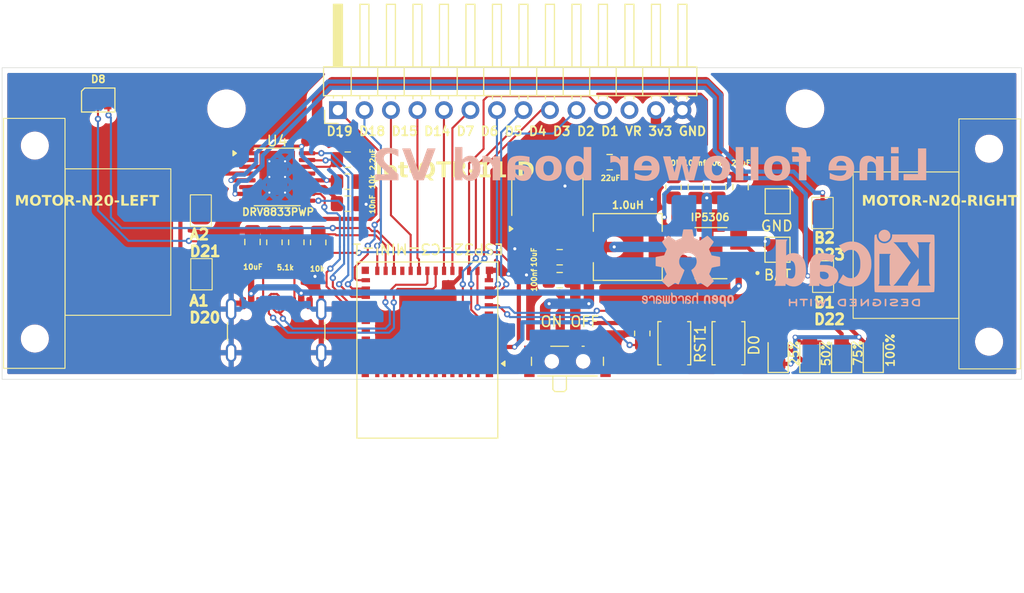
<source format=kicad_pcb>
(kicad_pcb (version 20241229) (generator "pcbnew") (generator_version "9.0")
  (layers (0 "F.Cu" signal) (2 "B.Cu" signal) (13 "F.Paste" user) (15 "B.Paste" user) (5 "F.SilkS" user "F.Silkscreen") (7 "B.SilkS" user "B.Silkscreen") (1 "F.Mask" user) (3 "B.Mask" user) (25 "Edge.Cuts" user))
  (net 0 "")
  (net 1 "BAT")
  (net 2 "GND")
  (net 3 "+3V3")
  (net 4 "Net-(U4-VINT)")
  (net 5 "5v bat")
  (net 6 "Net-(U4-VCP)")
  (net 7 "D-")
  (net 9 "+5V")
  (net 10 "Net-(J1-CC1)")
  (net 11 "Net-(J1-CC2)")
  (net 13 "D+")
  (net 14 "5v in")
  (net 15 "N1A")
  (net 16 "N1B")
  (net 17 "N2A")
  (net 18 "N2B")
  (net 19 "EN")
  (net 20 "Net-(U4-~{FAULT})")
  (net 21 "IO0")
  (net 23 "D4")
  (net 24 "D3")
  (net 25 "D18")
  (net 26 "D6")
  (net 27 "D1")
  (net 28 "VR")
  (net 29 "D19")
  (net 30 "D2")
  (net 31 "D5")
  (net 32 "D7")
  (net 33 "A2")
  (net 34 "B1")
  (net 35 "B2")
  (net 36 "A1")
  (net 37 "D15")
  (net 38 "Net-(U5-IO9)")
  (net 39 "D14")
  (net 49 "Net-(U1-BAT)")
  (net 50 "Net-(D1-K)")
  (net 51 "Net-(D1-A)")
  (net 52 "Net-(D3-A)")
  (net 53 "Net-(U1-SW)")
  (net 54 "Net-(U1-KEY)")
  (net 55 "Net-(D5-DIN)")
  (footprint "Connector_PinHeader_2.54mm:PinHeader_1x14_P2.54mm_Horizontal" (layer "F.Cu") (at 146.34 87.66 90)
    (property "Reference" "U3" (hide yes))
    (property "Value" "JET-QTR-11D")
  )
  (footprint "Resistor_SMD:R_0805_2012Metric_Pad1.20x1.40mm_HandSolder" (layer "F.Cu") (at 144.45 100.35 90)
    (property "Reference" "R14" (hide yes))
    (property "Value" "10k")
  )
  (footprint "Capacitor_SMD:C_0805_2012Metric_Pad1.18x1.45mm_HandSolder" (layer "F.Cu") (at 138.15 100.31 90)
    (property "Reference" "C10" (hide yes))
    (property "Value" "10uF")
  )
  (footprint "Capacitor_SMD:C_0805_2012Metric_Pad1.18x1.45mm_HandSolder" (layer "F.Cu") (at 167.59 103.97 180)
    (property "Reference" "C6" (hide yes))
    (property "Value" "100nf")
  )
  (footprint "Capacitor_SMD:C_0805_2012Metric_Pad1.18x1.45mm_HandSolder" (layer "F.Cu") (at 167.59 101.77 180)
    (property "Reference" "C4" (hide yes))
    (property "Value" "10uF")
  )
  (footprint "Capacitor_SMD:C_0805_2012Metric_Pad1.18x1.45mm_HandSolder" (layer "F.Cu") (at 172.38 92.65)
    (property "Reference" "C2" (hide yes))
    (property "Value" "22uF")
  )
  (footprint "Capacitor_SMD:C_0805_2012Metric_Pad1.18x1.45mm_HandSolder" (layer "F.Cu") (at 147.28 92.41)
    (property "Reference" "C3" (hide yes))
    (property "Value" "2.2uF")
  )
  (footprint "Capacitor_SMD:C_0805_2012Metric_Pad1.18x1.45mm_HandSolder" (layer "F.Cu") (at 180.643333 95.04 90)
    (property "Reference" "C5" (hide yes))
    (property "Value" "100nf")
  )
  (footprint "LED_SMD:LED_0805_2012Metric_Pad1.15x1.40mm_HandSolder" (layer "F.Cu") (at 191.57 110.965 90)
    (property "Reference" "D2" (hide yes))
    (property "Value" "50%")
  )
  (footprint "Resistor_SMD:R_0805_2012Metric_Pad1.20x1.40mm_HandSolder" (layer "F.Cu") (at 182.786667 95.07 90)
    (property "Reference" "R7" (hide yes))
    (property "Value" "500m")
  )
  (footprint "Package_TO_SOT_SMD:SOT-223-3_TabPin2" (layer "F.Cu") (at 166.41 95.91 90)
    (property "Reference" "U2" (hide yes))
    (property "Value" "AMS1117-3.3" (hide yes))
  )
  (footprint "LED_SMD:LED_0805_2012Metric_Pad1.15x1.40mm_HandSolder" (layer "F.Cu") (at 188.53 110.965 90)
    (property "Reference" "D1" (hide yes))
    (property "Value" "25%")
  )
  (footprint "Button_Switch_SMD:SW_SPDT_PCM12" (layer "F.Cu") (at 168.34 111.43)
    (property "Reference" "ON OFF")
    (property "Value" "SW_Push_SPDT")
  )
  (footprint "Resistor_SMD:R_0805_2012Metric_Pad1.20x1.40mm_HandSolder" (layer "F.Cu") (at 142.35 100.34 90)
    (property "Reference" "R3" (hide yes))
    (property "Value" "5.1k")
  )
  (footprint "User:N20 motor" (layer "F.Cu") (at 117.3 100.33 90)
    (property "Reference" "MA1" (hide yes))
    (property "Value" "Motor_DC" (hide yes))
  )
  (footprint "MountingHole:MountingHole_3.2mm_M3" (layer "F.Cu") (at 191.11 87.52)
    (property "Reference" "REF**" (hide yes))
    (property "Value" "MountingHole_3.2mm_M3" (hide yes))
  )
  (footprint "Resistor_SMD:R_0805_2012Metric_Pad1.20x1.40mm_HandSolder" (layer "F.Cu") (at 175.51 109.08 90)
    (property "Reference" "R2" (hide yes))
    (property "Value" "10K")
  )
  (footprint "LED_SMD:LED_0805_2012Metric_Pad1.15x1.40mm_HandSolder" (layer "F.Cu") (at 197.65 110.965 90)
    (property "Reference" "D4" (hide yes))
    (property "Value" "100%")
  )
  (footprint "LED_SMD:LED_0805_2012Metric_Pad1.15x1.40mm_HandSolder" (layer "F.Cu") (at 194.61 110.965 90)
    (property "Reference" "D3" (hide yes))
    (property "Value" "75%")
  )
  (footprint "Connector_USB:USB_C_Receptacle_GCT_USB4105-xx-A_16P_TopMnt_Horizontal" (layer "F.Cu") (at 140.42 109.855)
    (property "Reference" "J1" (hide yes))
    (property "Value" "USB_C_Receptacle_USB2.0_16P")
  )
  (footprint "Resistor_SMD:R_0805_2012Metric_Pad1.20x1.40mm_HandSolder" (layer "F.Cu") (at 140.25 100.34 90)
    (property "Reference" "R1" (hide yes))
    (property "Value" "5.1k" (hide yes))
  )
  (footprint "Inductor_SMD:L_6.3x6.3_H3" (layer "F.Cu") (at 174.12 100.79 180)
    (property "Reference" "L1" (hide yes))
    (property "Value" "1.0uH")
  )
  (footprint "Capacitor_SMD:C_0805_2012Metric_Pad1.18x1.45mm_HandSolder" (layer "F.Cu") (at 184.93 95.04 -90)
    (property "Reference" "C1" (hide yes))
    (property "Value" "22uF")
  )
  (footprint "Button_Switch_SMD:SW_Push_SPST_NO_Alps_SKRK" (layer "F.Cu") (at 178.58 110.02 -90)
    (property "Reference" "RST1")
    (property "Value" "SW_Push" (hide yes))
  )
  (footprint "Resistor_SMD:R_0805_2012Metric_Pad1.20x1.40mm_HandSolder" (layer "F.Cu") (at 178.5 95.07 -90)
    (property "Reference" "R4" (hide yes))
    (property "Value" "10k")
  )
  (footprint "Button_Switch_SMD:SW_Push_SPST_NO_Alps_SKRK" (layer "F.Cu") (at 183.77 110.02 -90)
    (property "Reference" "D0")
    (property "Value" "SW_Push" (hide yes))
  )
  (footprint "TestPoint:TestPoint_Pad_2.0x2.0mm" (layer "F.Cu") (at 188.49 96.4 180)
    (property "Reference" "GND")
    (property "Value" "TestPoint" (hide yes))
  )
  (footprint "User:ip5306" (layer "F.Cu") (at 182.09 101.38 180)
    (property "Reference" "U1" (hide yes))
    (property "Value" "IP5306")
  )
  (footprint "Resistor_SMD:R_0805_2012Metric_Pad1.20x1.40mm_HandSolder" (layer "F.Cu") (at 147.25 94.52 180)
    (property "Reference" "R6" (hide yes))
    (property "Value" "10k")
  )
  (footprint "User:N20 motor" (layer "F.Cu") (at 208.74 100.6 -90)
    (property "Reference" "MB1" (hide yes))
    (property "Value" "Motor_DC" (hide yes))
  )
  (footprint "TestPoint:TestPoint_Pad_2.0x2.0mm" (layer "F.Cu") (at 188.47 101.05 180)
    (property "Reference" "BAT")
    (property "Value" "TestPoint" (hide yes))
  )
  (footprint "LED_SMD:LED_WS2812B-2020_PLCC4_2.0x2.0mm" (layer "F.Cu") (at 123.365 86.69)
    (property "Reference" "D8")
    (property "Value" "WS2812B-2020" (hide yes))
  )
  (footprint "Package_SO:HTSSOP-16-1EP_4.4x5mm_P0.65mm_EP3.4x5mm_Mask2.46x2.31mm_ThermalVias" (layer "F.Cu") (at 140.52 94.07)
    (property "Reference" "U4")
    (property "Value" "DRV8833PWP")
  )
  (footprint "Capacitor_SMD:C_0805_2012Metric_Pad1.18x1.45mm_HandSolder" (layer "F.Cu") (at 147.28 96.63 180)
    (property "Reference" "C8" (hide yes))
    (property "Value" "10nF")
  )
  (footprint "RF_Module:ESP32-C6-MINI-1" (layer "F.Cu") (at 154.91 107.975 180)
    (property "Reference" "U5" (hide yes))
    (property "Value" "ESP32-C3-MINI-1")
  )
  (footprint "MountingHole:MountingHole_3.2mm_M3" (layer "F.Cu") (at 135.66 87.52)
    (property "Reference" "REF**" (hide yes))
    (property "Value" "MountingHole_3.2mm_M3" (hide yes))
  )
  (footprint "Symbol:OSHW-Logo2_9.8x8mm_SilkScreen" (layer "B.Cu") (at 179.88 102.81 180)
    (property "Reference" "REF**" (hide yes))
    (property "Value" "OSHW-Logo2_9.8x8mm_SilkScreen" (hide yes))
  )
  (footprint "Symbol:KiCad-Logo2_6mm_SilkScreen" (layer "B.Cu") (at 195.86 102.115 180)
    (property "Reference" "REF**" (hide yes))
    (property "Value" "KiCad-Logo2_6mm_SilkScreen" (hide yes))
  )
  (gr_rect (start 114.15 83.59) (end 211.86 113.48) (stroke (width 0.05)) (fill no) (layer "Edge.Cuts"))
  (gr_text "B2\nD23" (at 191.835 102.115 0) (layer "F.SilkS") (effects (font (size 1 1) (thickness 0.25) (bold yes)) (justify left bottom)))
  (gr_text "D19 D18 D15 D14 D7 D6 D5 D4 D3 D2 D1 VR 3v3 GND" (at 145.15 90.18 0) (layer "F.SilkS") (effects (font (size 0.85 0.85) (thickness 0.175) (bold yes)) (justify left bottom)))
  (gr_text "MOTOR-N20-RIGHT" (at 196.53 96.99 0) (layer "F.SilkS") (effects (font (size 1 1) (thickness 0.25) (bold yes)) (justify left bottom)))
  (gr_text "B1\nD22" (at 191.835 108.32 0) (layer "F.SilkS") (effects (font (size 1 1) (thickness 0.25) (bold yes)) (justify left bottom)))
  (gr_text "A2\nD21" (at 131.99 101.79 0) (layer "F.SilkS") (effects (font (size 1 1) (thickness 0.25) (bold yes)) (justify left bottom)))
  (gr_text "Jet-QTR-11-D" (at 149.89 94.36 0) (layer "F.SilkS") (effects (font (size 1.5 1.5) (thickness 0.3) (bold yes)) (justify left bottom)))
  (gr_text "A1\nD20" (at 131.96 108.15 0) (layer "F.SilkS") (effects (font (size 1 1) (thickness 0.25) (bold yes)) (justify left bottom)))
  (gr_text "MOTOR-N20-LEFT" (at 115.36 96.99 0) (layer "F.SilkS") (effects (font (size 1 1) (thickness 0.25) (bold yes)) (justify left bottom)))
  (gr_text "Line follower board V2" (at 203.11 94.9 0) (layer "B.SilkS") (effects (font (size 3 3) (thickness 0.3) (bold yes)) (justify left bottom mirror)))
  (segment (start 188.09 101.05) (end 188.47 101.05) (width 1) (layer "F.Cu") (net 1))
  (segment (start 182.779167 96.0775) (end 182.786667 96.07) (width 1) (layer "F.Cu") (net 1))
  (segment (start 181.69 96.0775) (end 182.779167 96.0775) (width 1) (layer "F.Cu") (net 1))
  (segment (start 172.81 100.79) (end 172.82 100.78) (width 1) (layer "F.Cu") (net 1))
  (segment (start 187.29 100.25) (end 188.09 101.05) (width 1) (layer "F.Cu") (net 1))
  (segment (start 171.37 100.79) (end 172.81 100.79) (width 1) (layer "F.Cu") (net 1))
  (segment (start 180.643333 96.0775) (end 181.69 96.0775) (width 1) (layer "F.Cu") (net 1))
  (via (at 172.82 100.78) (size 0.5) (drill 0.3) (layers "F.Cu" "B.Cu") (net 1))
  (via (at 181.69 96.0775) (size 0.5) (drill 0.3) (layers "F.Cu" "B.Cu") (net 1))
  (via (at 187.29 100.25) (size 0.5) (drill 0.3) (layers "F.Cu" "B.Cu") (net 1))
  (segment (start 172.82 100.78) (end 181.16 100.78) (width 1) (layer "B.Cu") (net 1))
  (segment (start 187.29 100.25) (end 181.69 100.25) (width 1) (layer "B.Cu") (net 1))
  (segment (start 181.69 100.25) (end 181.69 96.0775) (width 1) (layer "B.Cu") (net 1))
  (segment (start 181.16 100.78) (end 181.69 100.25) (width 1) (layer "B.Cu") (net 1))
  (segment (start 148.3775 96.69) (end 148.3175 96.63) (width 0.4) (layer "F.Cu") (net 2))
  (segment (start 157.328633 104.35) (end 156.93 104.35) (width 0.4) (layer "F.Cu") (net 2))
  (segment (start 137.6575 95.045) (end 139.545 95.045) (width 0.4) (layer "F.Cu") (net 2))
  (segment (start 158.11 103.568633) (end 157.328633 104.35) (width 0.4) (layer "F.Cu") (net 2))
  (segment (start 143.3825 93.745) (end 140.845 93.745) (width 0.4) (layer "F.Cu") (net 2))
  (segment (start 139.545 93.095) (end 140.52 94.07) (width 0.4) (layer "F.Cu") (net 2))
  (segment (start 140.845 93.745) (end 140.52 94.07) (width 0.4) (layer "F.Cu") (net 2))
  (segment (start 158.11 103.075) (end 158.11 103.568633) (width 0.4) (layer "F.Cu") (net 2))
  (segment (start 139.545 95.045) (end 140.52 94.07) (width 0.4) (layer "F.Cu") (net 2))
  (segment (start 137.6575 93.095) (end 139.545 93.095) (width 0.4) (layer "F.Cu") (net 2))
  (segment (start 149.04 96.69) (end 148.3775 96.69) (width 0.4) (layer "F.Cu") (net 2))
  (segment (start 160.81 103.075) (end 160.86 103.025) (width 0.4) (layer "F.Cu") (net 2))
  (segment (start 160.81 103.975) (end 160.81 103.075) (width 0.4) (layer "F.Cu") (net 2))
  (via (at 149.04 96.69) (size 0.5) (drill 0.3) (layers "F.Cu" "B.Cu") (net 2))
  (via (at 168.1 94.94) (size 0.5) (drill 0.3) (layers "F.Cu" "B.Cu") (net 2))
  (via (at 163.29 100.96) (size 0.5) (drill 0.3) (layers "F.Cu" "B.Cu") (net 2))
  (via (at 164.41 103.47) (size 0.5) (drill 0.3) (layers "F.Cu" "B.Cu") (net 2))
  (via (at 144.14 103.61) (size 0.5) (drill 0.3) (layers "F.Cu" "B.Cu") (net 2))
  (via (at 176.43 96.21) (size 0.5) (drill 0.3) (layers "F.Cu" "B.Cu") (net 2))
  (via (at 146.63 90.16) (size 0.5) (drill 0.3) (layers "F.Cu" "B.Cu") (net 2))
  (via (at 162.69 103.37) (size 0.5) (drill 0.3) (layers "F.Cu" "B.Cu") (net 2))
  (segment (start 160.94 101.28) (end 161.8 101.28) (width 0.2) (layer "F.Cu") (net 3))
  (segment (start 161.8 101.28) (end 163.27 102.75) (width 0.2) (layer "F.Cu") (net 3))
  (segment (start 172.88 90.92) (end 176.2 90.92) (width 1) (layer "F.Cu") (net 3))
  (segment (start 148.33 101.35) (end 144.45 101.35) (width 0.2) (layer "F.Cu") (net 3))
  (segment (start 170.62 108.08) (end 170.61 108.07) (width 0.4) (layer "F.Cu") (net 3))
  (segment (start 171.3425 92.65) (end 166.52 92.65) (width 1) (layer "F.Cu") (net 3))
  (segment (start 163.27 110.38) (end 163.68 109.97) (width 0.4) (layer "F.Cu") (net 3))
  (segment (start 123.34 88.5) (end 123.34 86.53) (width 0.2) (layer "F.Cu") (net 3))
  (segment (start 176.82 90.3) (end 176.82 87.66) (width 1) (layer "F.Cu") (net 3))
  (segment (start 171.3425 92.65) (end 171.3425 92.4575) (width 1) (layer "F.Cu") (net 3))
  (segment (start 166.41 99.61) (end 166.41 99.06) (width 0.4) (layer "F.Cu") (net 3))
  (segment (start 160.815 110.38) (end 160.81 110.375) (width 0.4) (layer "F.Cu") (net 3))
  (segment (start 171.3425 92.4575) (end 172.88 90.92) (width 1) (layer "F.Cu") (net 3))
  (segment (start 163.68 103.16) (end 163.27 102.75) (width 0.4) (layer "F.Cu") (net 3))
  (segment (start 123.34 86.53) (end 123.73 86.14) (width 0.2) (layer "F.Cu") (net 3))
  (segment (start 163.68 109.97) (end 163.68 103.16) (width 0.4) (layer "F.Cu") (net 3))
  (segment (start 144.45 101.35) (end 143.341 100.241) (width 0.2) (layer "F.Cu") (net 3))
  (segment (start 163.27 110.38) (end 160.815 110.38) (width 0.4) (layer "F.Cu") (net 3))
  (segment (start 175.51 108.08) (end 170.62 108.08) (width 0.4) (layer "F.Cu") (net 3))
  (segment (start 132.091 100.241) (end 132.05 100.2) (width 0.2) (layer "F.Cu") (net 3))
  (segment (start 123.73 86.14) (end 124.28 86.14) (width 0.2) (layer "F.Cu") (net 3))
  (segment (start 176.2 90.92) (end 176.82 90.3) (width 1) (layer "F.Cu") (net 3))
  (segment (start 163.27 102.75) (end 166.41 99.61) (width 0.4) (layer "F.Cu") (net 3))
  (segment (start 143.341 100.241) (end 132.091 100.241) (width 0.2) (layer "F.Cu") (net 3))
  (segment (start 166.52 92.65) (end 166.41 92.76) (width 1) (layer "F.Cu") (net 3))
  (segment (start 166.41 92.76) (end 166.41 99.06) (width 1) (layer "F.Cu") (net 3))
  (via (at 170.61 108.07) (size 0.5) (drill 0.3) (layers "F.Cu" "B.Cu") (net 3))
  (via (at 148.33 101.35) (size 0.6) (drill 0.3) (layers "F.Cu" "B.Cu") (net 3))
  (via (at 123.34 88.5) (size 0.6) (drill 0.3) (layers "F.Cu" "B.Cu") (net 3))
  (via (at 160.94 101.28) (size 0.6) (drill 0.3) (layers "F.Cu" "B.Cu") (net 3))
  (via (at 132.05 100.2) (size 0.6) (drill 0.3) (layers "F.Cu" "B.Cu") (net 3))
  (via (at 163.27 110.38) (size 0.5) (drill 0.3) (layers "F.Cu" "B.Cu") (net 3))
  (segment (start 160.94 101.28) (end 148.4 101.28) (width 0.2) (layer "B.Cu") (net 3))
  (segment (start 126.2629 100.2) (end 123.34 97.2771) (width 0.2) (layer "B.Cu") (net 3))
  (segment (start 164.02 109.63) (end 163.27 110.38) (width 0.4) (layer "B.Cu") (net 3))
  (segment (start 170.61 108.07) (end 170.55 108.01) (width 0.4) (layer "B.Cu") (net 3))
  (segment (start 148.4 101.28) (end 148.33 101.35) (width 0.2) (layer "B.Cu") (net 3))
  (segment (start 123.34 97.2771) (end 123.34 88.5) (width 0.2) (layer "B.Cu") (net 3))
  (segment (start 132.05 100.2) (end 126.2629 100.2) (width 0.2) (layer "B.Cu") (net 3))
  (segment (start 170.55 108.01) (end 164.02 108.01) (width 0.4) (layer "B.Cu") (net 3))
  (segment (start 164.02 108.01) (end 164.02 109.63) (width 0.4) (layer "B.Cu") (net 3))
  (segment (start 145.5575 93.095) (end 146.2425 92.41) (width 0.2) (layer "F.Cu") (net 4))
  (segment (start 143.3825 93.095) (end 145.5575 93.095) (width 0.2) (layer "F.Cu") (net 4))
  (segment (start 168.71 96.55) (end 169.97 95.29) (width 1) (layer "F.Cu") (net 5))
  (segment (start 146.25 94.52) (end 146.125 94.395) (width 0.4) (layer "F.Cu") (net 5))
  (segment (start 182.81 86.22) (end 181.571 84.981) (width 1) (layer "F.Cu") (net 5))
  (segment (start 168.6275 101.77) (end 168.6275 99.1425) (width 1) (layer "F.Cu") (net 5))
  (segment (start 176.18 92.51) (end 181.75 92.51) (width 1) (layer "F.Cu") (net 5))
  (segment (start 175.99 92.7) (end 176.18 92.51) (width 1) (layer "F.Cu") (net 5))
  (segment (start 143.31 90.734) (end 143.31 90.64) (width 0.4) (layer "F.Cu") (net 5))
  (segment (start 181.571 84.981) (end 145.809 84.981) (width 1) (layer "F.Cu") (net 5))
  (segment (start 146.125 94.395) (end 145.25 94.395) (width 0.4) (layer "F.Cu") (net 5))
  (segment (start 143.3825 94.395) (end 145.25 94.395) (width 0.4) (layer "F.Cu") (net 5))
  (segment (start 145.809 84.981) (end 144.34 86.45) (width 1) (layer "F.Cu") (net 5))
  (segment (start 168.71 99.06) (end 168.71 96.55) (width 1) (layer "F.Cu") (net 5))
  (segment (start 174.8 95.29) (end 175.99 94.1) (width 1) (layer "F.Cu") (net 5))
  (segment (start 182.81 91.45) (end 182.81 86.22) (width 1) (layer "F.Cu") (net 5))
  (segment (start 175.99 94.1) (end 175.99 92.7) (width 1) (layer "F.Cu") (net 5))
  (segment (start 168.6275 99.1425) (end 168.71 99.06) (width 1) (layer "F.Cu") (net 5))
  (segment (start 169.09 104.4325) (end 168.6275 103.97) (width 1) (layer "F.Cu") (net 5))
  (segment (start 168.6275 103.97) (end 168.6275 101.77) (width 1) (layer "F.Cu") (net 5))
  (segment (start 142.825 91.169) (end 142.85 91.194) (width 0.4) (layer "F.Cu") (net 5))
  (segment (start 138.2835 91.169) (end 142.825 91.169) (width 0.4) (layer "F.Cu") (net 5))
  (segment (start 169.97 95.29) (end 174.8 95.29) (width 1) (layer "F.Cu") (net 5))
  (segment (start 144.34 89.61) (end 143.31 90.64) (width 1) (layer "F.Cu") (net 5))
  (segment (start 169.09 110) (end 169.09 104.4325) (width 1) (layer "F.Cu") (net 5))
  (segment (start 142.85 91.194) (end 143.31 90.734) (width 0.4) (layer "F.Cu") (net 5))
  (segment (start 144.34 86.45) (end 144.34 89.61) (width 1) (layer "F.Cu") (net 5))
  (segment (start 181.75 92.51) (end 182.81 91.45) (width 1) (layer "F.Cu") (net 5))
  (segment (start 137.6575 91.795) (end 138.2835 91.169) (width 0.4) (layer "F.Cu") (net 5))
  (via (at 145.25 94.395) (size 0.5) (drill 0.3) (layers "F.Cu" "B.Cu") (net 5))
  (via (at 142.85625 91.145) (size 0.5) (drill 0.3) (layers "F.Cu" "B.Cu") (net 5))
  (segment (start 142.85625 92.00125) (end 142.85625 91.145) (width 0.4) (layer "B.Cu") (net 5))
  (segment (start 145.25 94.395) (end 142.85625 92.00125) (width 0.4) (layer "B.Cu") (net 5))
  (segment (start 145.055 95.045) (end 145.249 95.239) (width 0.4) (layer "F.Cu") (net 6))
  (segment (start 143.3825 95.045) (end 145.055 95.045) (width 0.4) (layer "F.Cu") (net 6))
  (segment (start 145.62342 95.621) (end 145.631 95.621) (width 0.4) (layer "F.Cu") (net 6))
  (segment (start 146.2425 96.2325) (end 146.2425 96.63) (width 0.4) (layer "F.Cu") (net 6))
  (segment (start 145.249 95.24658) (end 145.62342 95.621) (width 0.4) (layer "F.Cu") (net 6))
  (segment (start 145.631 95.621) (end 146.2425 96.2325) (width 0.4) (layer "F.Cu") (net 6))
  (segment (start 145.249 95.239) (end 145.249 95.24658) (width 0.4) (layer "F.Cu") (net 6))
  (segment (start 139.67 106.175) (end 139.67 105.566176) (width 0.2) (layer "F.Cu") (net 7))
  (segment (start 155.71 104.56) (end 155.71 103.075) (width 0.2) (layer "F.Cu") (net 7))
  (segment (start 151.69 106.11) (end 151.69 105.193) (width 0.2) (layer "F.Cu") (net 7))
  (segment (start 151.69 105.193) (end 152.073 104.81) (width 0.2) (layer "F.Cu") (net 7))
  (segment (start 152.073 104.81) (end 155.46 104.81) (width 0.2) (layer "F.Cu") (net 7))
  (segment (start 140.67 105.468176) (end 140.67 106.175) (width 0.2) (layer "F.Cu") (net 7))
  (segment (start 155.46 104.81) (end 155.71 104.56) (width 0.2) (layer "F.Cu") (net 7))
  (segment (start 140.500824 105.299) (end 140.67 105.468176) (width 0.2) (layer "F.Cu") (net 7))
  (segment (start 139.67 105.566176) (end 139.937176 105.299) (width 0.2) (layer "F.Cu") (net 7))
  (segment (start 139.937176 105.299) (end 140.19 105.299) (width 0.2) (layer "F.Cu") (net 7))
  (segment (start 139.719 105.517176) (end 139.719 107.169) (width 0.2) (layer "F.Cu") (net 7))
  (segment (start 139.719 107.169) (end 140.13 107.58) (width 0.2) (layer "F.Cu") (net 7))
  (segment (start 140.19 105.299) (end 140.500824 105.299) (width 0.2) (layer "F.Cu") (net 7))
  (segment (start 139.937176 105.299) (end 139.719 105.517176) (width 0.2) (layer "F.Cu") (net 7))
  (via (at 140.13 107.58) (size 0.6) (drill 0.3) (layers "F.Cu" "B.Cu") (net 7))
  (via (at 151.69 106.11) (size 0.6) (drill 0.3) (layers "F.Cu" "B.Cu") (net 7))
  (segment (start 151.71 108.54) (end 151.71 106.13) (width 0.2) (layer "B.Cu") (net 7))
  (segment (start 150.85 109.01) (end 151.24 109.01) (width 0.2) (layer "B.Cu") (net 7))
  (segment (start 140.13 107.58) (end 141.56 109.01) (width 0.2) (layer "B.Cu") (net 7))
  (segment (start 141.56 109.01) (end 150.85 109.01) (width 0.2) (layer "B.Cu") (net 7))
  (segment (start 151.24 109.01) (end 151.71 108.54) (width 0.2) (layer "B.Cu") (net 7))
  (segment (start 151.71 106.13) (end 151.69 106.11) (width 0.2) (layer "B.Cu") (net 7))
  (segment (start 138.02 105.26) (end 138.02 101.4775) (width 0.6) (layer "F.Cu") (net 9))
  (segment (start 184.75 103.29) (end 184.745 103.285) (width 0.6) (layer "F.Cu") (net 9))
  (segment (start 142.82 106.175) (end 142.82 105.22) (width 0.6) (layer "F.Cu") (net 9))
  (segment (start 184.75 104.53) (end 184.75 103.29) (width 0.6) (layer "F.Cu") (net 9))
  (segment (start 138.02 106.175) (end 138.02 105.26) (width 0.6) (layer "F.Cu") (net 9))
  (segment (start 138.02 101.4775) (end 138.15 101.3475) (width 0.6) (layer "F.Cu") (net 9))
  (via (at 138.02 105.26) (size 0.5) (drill 0.3) (layers "F.Cu" "B.Cu") (net 9))
  (via (at 142.82 105.22) (size 0.5) (drill 0.3) (layers "F.Cu" "B.Cu") (net 9))
  (via (at 184.75 104.53) (size 0.5) (drill 0.3) (layers "F.Cu" "B.Cu") (net 9))
  (segment (start 138.02 105.26) (end 138.62 104.66) (width 0.6) (layer "B.Cu") (net 9))
  (segment (start 142.88 105.16) (end 183.91 105.16) (width 0.6) (layer "B.Cu") (net 9))
  (segment (start 138.62 104.66) (end 142.26 104.66) (width 0.6) (layer "B.Cu") (net 9))
  (segment (start 142.82 105.22) (end 142.88 105.16) (width 0.6) (layer "B.Cu") (net 9))
  (segment (start 142.26 104.66) (end 142.82 105.22) (width 0.6) (layer "B.Cu") (net 9))
  (segment (start 184.12 105.16) (end 184.75 104.53) (width 0.6) (layer "B.Cu") (net 9))
  (segment (start 183.91 105.16) (end 184.12 105.16) (width 0.6) (layer "B.Cu") (net 9))
  (segment (start 139.17 102.85) (end 139.17 106.175) (width 0.2) (layer "F.Cu") (net 10))
  (segment (start 140.25 101.34) (end 140.25 101.77) (width 0.2) (layer "F.Cu") (net 10))
  (segment (start 140.25 101.77) (end 139.17 102.85) (width 0.2) (layer "F.Cu") (net 10))
  (segment (start 142.17 101.52) (end 142.17 106.175) (width 0.2) (layer "F.Cu") (net 11))
  (segment (start 142.35 101.34) (end 142.17 101.52) (width 0.2) (layer "F.Cu") (net 11))
  (segment (start 140.65 107.051) (end 140.902824 107.051) (width 0.2) (layer "F.Cu") (net 13))
  (segment (start 141.064265 107.465265) (end 141.064265 107.665735) (width 0.2) (layer "F.Cu") (net 13))
  (segment (start 154.91 104.24) (end 154.91 103.075) (width 0.2) (layer "F.Cu") (net 13))
  (segment (start 140.17 106.783824) (end 140.437176 107.051) (width 0.2) (layer "F.Cu") (net 13))
  (segment (start 140.902824 107.051) (end 141.17 106.783824) (width 0.2) (layer "F.Cu") (net 13))
  (segment (start 150.890275 105.425625) (end 151.9069 104.409) (width 0.2) (layer "F.Cu") (net 13))
  (segment (start 141.17 106.783824) (end 141.17 106.175) (width 0.2) (layer "F.Cu") (net 13))
  (segment (start 140.65 107.051) (end 141.064265 107.465265) (width 0.2) (layer "F.Cu") (net 13))
  (segment (start 140.437176 107.051) (end 140.65 107.051) (width 0.2) (layer "F.Cu") (net 13))
  (segment (start 154.741 104.409) (end 154.91 104.24) (width 0.2) (layer "F.Cu") (net 13))
  (segment (start 150.890275 106.088955) (end 150.890275 105.425625) (width 0.2) (layer "F.Cu") (net 13))
  (segment (start 140.17 106.175) (end 140.17 106.783824) (width 0.2) (layer "F.Cu") (net 13))
  (segment (start 151.9069 104.409) (end 154.741 104.409) (width 0.2) (layer "F.Cu") (net 13))
  (via (at 150.890275 106.088955) (size 0.6) (drill 0.3) (layers "F.Cu" "B.Cu") (net 13))
  (via (at 141.064265 107.665735) (size 0.6) (drill 0.3) (layers "F.Cu" "B.Cu") (net 13))
  (segment (start 151.309 106.83) (end 150.890275 106.411275) (width 0.2) (layer "B.Cu") (net 13))
  (segment (start 151.309 108.191) (end 151.309 106.83) (width 0.2) (layer "B.Cu") (net 13))
  (segment (start 150.890275 106.411275) (end 150.890275 106.088955) (width 0.2) (layer "B.Cu") (net 13))
  (segment (start 150.9 108.6) (end 151.309 108.191) (width 0.2) (layer "B.Cu") (net 13))
  (segment (start 142.00753 108.609) (end 150.9 108.609) (width 0.2) (layer "B.Cu") (net 13))
  (segment (start 141.064265 107.665735) (end 142.00753 108.609) (width 0.2) (layer "B.Cu") (net 13))
  (segment (start 150.9 108.609) (end 150.9 108.6) (width 0.2) (layer "B.Cu") (net 13))
  (segment (start 166.2 106.61) (end 166.2 109.89) (width 1) (layer "F.Cu") (net 14))
  (segment (start 170.7 103.81) (end 170.39 104.12) (width 1) (layer "F.Cu") (net 14))
  (segment (start 166.2 109.89) (end 166.09 110) (width 1) (layer "F.Cu") (net 14))
  (segment (start 171.225 103.285) (end 170.7 103.81) (width 1) (layer "F.Cu") (net 14))
  (segment (start 166.58 106.23) (end 166.2 106.61) (width 1) (layer "F.Cu") (net 14))
  (segment (start 179.435 103.285) (end 171.225 103.285) (width 1) (layer "F.Cu") (net 14))
  (segment (start 170.39 104.12) (end 170.39 106.23) (width 1) (layer "F.Cu") (net 14))
  (via (at 166.58 106.23) (size 0.5) (drill 0.3) (layers "F.Cu" "B.Cu") (net 14))
  (via (at 170.39 106.23) (size 0.5) (drill 0.3) (layers "F.Cu" "B.Cu") (net 14))
  (segment (start 166.58 106.23) (end 170.39 106.23) (width 1) (layer "B.Cu") (net 14))
  (segment (start 132.57 103.4) (end 133.26 103.4) (width 0.4) (layer "F.Cu") (net 15))
  (segment (start 137.6575 92.445) (end 132.505 92.445) (width 0.4) (layer "F.Cu") (net 15))
  (segment (start 131.24 93.71) (end 131.24 102.07) (width 0.4) (layer "F.Cu") (net 15))
  (segment (start 132.505 92.445) (end 131.24 93.71) (width 0.4) (layer "F.Cu") (net 15))
  (segment (start 131.24 102.07) (end 132.57 103.4) (width 0.4) (layer "F.Cu") (net 15))
  (segment (start 133.2 94.54) (end 133.2 97.318125) (width 0.4) (layer "F.Cu") (net 16))
  (segment (start 133.995 93.745) (end 133.2 94.54) (width 0.4) (layer "F.Cu") (net 16))
  (segment (start 137.6575 93.745) (end 133.995 93.745) (width 0.4) (layer "F.Cu") (net 16))
  (segment (start 191.37 103.56) (end 192.788125 103.56) (width 0.4) (layer "F.Cu") (net 17))
  (segment (start 192.788125 103.56) (end 192.84 103.611875) (width 0.4) (layer "F.Cu") (net 17))
  (segment (start 136.48 95.695) (end 137.6575 95.695) (width 0.4) (layer "F.Cu") (net 17))
  (via (at 136.48 95.695) (size 0.5) (drill 0.3) (layers "F.Cu" "B.Cu") (net 17))
  (via (at 191.37 103.56) (size 0.5) (drill 0.3) (layers "F.Cu" "B.Cu") (net 17))
  (segment (start 136.82 94.520704) (end 136.9 94.440704) (width 0.4) (layer "B.Cu") (net 17))
  (segment (start 191.18 103.37) (end 191.37 103.56) (width 0.4) (layer "B.Cu") (net 17))
  (segment (start 145.619 85.521) (end 181.511058 85.521) (width 0.4) (layer "B.Cu") (net 17))
  (segment (start 136.746762 94.664654) (end 136.746762 94.663238) (width 0.4) (layer "B.Cu") (net 17))
  (segment (start 139.11 92.03) (end 145.619 85.521) (width 0.4) (layer "B.Cu") (net 17))
  (segment (start 136.9 94.440704) (end 137.639296 94.440704) (width 0.4) (layer "B.Cu") (net 17))
  (segment (start 185.090058 94.18) (end 189.65 94.18) (width 0.4) (layer "B.Cu") (net 17))
  (segment (start 182.459 91.548942) (end 185.090058 94.18) (width 0.4) (layer "B.Cu") (net 17))
  (segment (start 189.65 94.18) (end 191.18 95.71) (width 0.4) (layer "B.Cu") (net 17))
  (segment (start 182.459 86.468942) (end 182.459 91.548942) (width 0.4) (layer "B.Cu") (net 17))
  (segment (start 136.82 94.59) (end 136.82 94.520704) (width 0.4) (layer "B.Cu") (net 17))
  (segment (start 137.639296 94.440704) (end 139.11 92.97) (width 0.4) (layer "B.Cu") (net 17))
  (segment (start 181.511058 85.521) (end 182.459 86.468942) (width 0.4) (layer "B.Cu") (net 17))
  (segment (start 136.746762 94.663238) (end 136.82 94.59) (width 0.4) (layer "B.Cu") (net 17))
  (segment (start 136.48 95.695) (end 136.48 94.931416) (width 0.4) (layer "B.Cu") (net 17))
  (segment (start 139.11 92.97) (end 139.11 92.03) (width 0.4) (layer "B.Cu") (net 17))
  (segment (start 191.18 95.71) (end 191.18 103.37) (width 0.4) (layer "B.Cu") (net 17))
  (segment (start 136.48 94.931416) (end 136.746762 94.664654) (width 0.4) (layer "B.Cu") (net 17))
  (segment (start 192.79 97.52) (end 192.78 97.53) (width 0.4) (layer "F.Cu") (net 18))
  (segment (start 192.79 95.58) (end 192.79 97.52) (width 0.4) (layer "F.Cu") (net 18))
  (segment (start 137.6575 94.395) (end 136.095762 94.395) (width 0.4) (layer "F.Cu") (net 18))
  (via (at 136.095762 94.395) (size 0.5) (drill 0.3) (layers "F.Cu" "B.Cu") (net 18))
  (via (at 192.79 95.58) (size 0.5) (drill 0.3) (layers "F.Cu" "B.Cu") (net 18))
  (segment (start 183.06 91.28) (end 183.06 86.22) (width 0.4) (layer "B.Cu") (net 18))
  (segment (start 192.03 95.58) (end 190.01 93.56) (width 0.4) (layer "B.Cu") (net 18))
  (segment (start 136.145762 94.415712) (end 136.131118 94.430356) (width 0.4) (layer "B.Cu") (net 18))
  (segment (start 185.32 93.56) (end 183.84 92.08) (width 0.4) (layer "B.Cu") (net 18))
  (segment (start 183.06 86.22) (end 181.76 84.92) (width 0.4) (layer "B.Cu") (net 18))
  (segment (start 145.370058 84.92) (end 138.509 91.781058) (width 0.4) (layer "B.Cu") (net 18))
  (segment (start 136.145762 94.414296) (end 136.145762 94.415712) (width 0.4) (layer "B.Cu") (net 18))
  (segment (start 183.84 92.06) (end 183.06 91.28) (width 0.4) (layer "B.Cu") (net 18))
  (segment (start 192.79 95.58) (end 192.03 95.58) (width 0.4) (layer "B.Cu") (net 18))
  (segment (start 137.390354 93.839704) (end 136.651058 93.839704) (width 0.4) (layer "B.Cu") (net 18))
  (segment (start 138.509 92.721058) (end 137.390354 93.839704) (width 0.4) (layer "B.Cu") (net 18))
  (segment (start 190.01 93.56) (end 185.32 93.56) (width 0.4) (layer "B.Cu") (net 18))
  (segment (start 183.84 92.08) (end 183.84 92.06) (width 0.4) (layer "B.Cu") (net 18))
  (segment (start 136.219 94.341058) (end 136.145762 94.414296) (width 0.4) (layer "B.Cu") (net 18))
  (segment (start 136.219 94.271762) (end 136.219 94.341058) (width 0.4) (layer "B.Cu") (net 18))
  (segment (start 136.651058 93.839704) (end 136.219 94.271762) (width 0.4) (layer "B.Cu") (net 18))
  (segment (start 181.76 84.92) (end 145.370058 84.92) (width 0.4) (layer "B.Cu") (net 18))
  (segment (start 138.509 91.781058) (end 138.509 92.721058) (width 0.4) (layer "B.Cu") (net 18))
  (segment (start 136.131118 94.430356) (end 136.095762 94.395) (width 0.4) (layer "B.Cu") (net 18))
  (segment (start 175.4 110.19) (end 175.51 110.08) (width 0.2) (layer "F.Cu") (net 19))
  (segment (start 161.695 106.375) (end 162.56 107.24) (width 0.2) (layer "F.Cu") (net 19))
  (segment (start 174.3 110.19) (end 175.4 110.19) (width 0.2) (layer "F.Cu") (net 19))
  (segment (start 176.42 110.08) (end 178.58 107.92) (width 0.2) (layer "F.Cu") (net 19))
  (segment (start 175.51 110.08) (end 176.42 110.08) (width 0.2) (layer "F.Cu") (net 19))
  (segment (start 160.81 106.375) (end 161.695 106.375) (width 0.2) (layer "F.Cu") (net 19))
  (via (at 162.56 107.24) (size 0.6) (drill 0.3) (layers "F.Cu" "B.Cu") (net 19))
  (via (at 174.3 110.19) (size 0.6) (drill 0.3) (layers "F.Cu" "B.Cu") (net 19))
  (segment (start 162.829 107.509) (end 171.619 107.509) (width 0.2) (layer "B.Cu") (net 19))
  (segment (start 162.56 107.24) (end 162.829 107.509) (width 0.2) (layer "B.Cu") (net 19))
  (segment (start 171.619 107.509) (end 174.3 110.19) (width 0.2) (layer "B.Cu") (net 19))
  (segment (start 149.92 97.62) (end 149.45 98.09) (width 0.4) (layer "F.Cu") (net 20))
  (segment (start 148.25 94.52) (end 149.27 94.52) (width 0.4) (layer "F.Cu") (net 20))
  (segment (start 137.6575 97.5075) (end 137.6575 96.345) (width 0.4) (layer "F.Cu") (net 20))
  (segment (start 149.45 98.09) (end 138.24 98.09) (width 0.4) (layer "F.Cu") (net 20))
  (segment (start 138.24 98.09) (end 137.6575 97.5075) (width 0.4) (layer "F.Cu") (net 20))
  (segment (start 149.27 94.52) (end 149.92 95.17) (width 0.4) (layer "F.Cu") (net 20))
  (segment (start 149.92 95.17) (end 149.92 97.62) (width 0.4) (layer "F.Cu") (net 20))
  (segment (start 159.71 106.27) (end 159.71 103.075) (width 0.2) (layer "F.Cu") (net 21))
  (segment (start 182.759 106.909) (end 171.15 106.909) (width 0.2) (layer "F.Cu") (net 21))
  (segment (start 183.77 107.92) (end 182.759 106.909) (width 0.2) (layer "F.Cu") (net 21))
  (segment (start 159.73 106.29) (end 159.71 106.27) (width 0.2) (layer "F.Cu") (net 21))
  (segment (start 159.73 106.58) (end 159.73 106.29) (width 0.2) (layer "F.Cu") (net 21))
  (via (at 159.73 106.58) (size 0.6) (drill 0.3) (layers "F.Cu" "B.Cu") (net 21))
  (via (at 171.15 106.909) (size 0.6) (drill 0.3) (layers "F.Cu" "B.Cu") (net 21))
  (segment (start 162.749943 106.58) (end 159.73 106.58) (width 0.2) (layer "B.Cu") (net 21))
  (segment (start 171.15 106.909) (end 170.951 107.108) (width 0.2) (layer "B.Cu") (net 21))
  (segment (start 167.292 107.108) (end 163.277943 107.108) (width 0.2) (layer "B.Cu") (net 21))
  (segment (start 163.277943 107.108) (end 162.749943 106.58) (width 0.2) (layer "B.Cu") (net 21))
  (segment (start 170.951 107.108) (end 167.292 107.108) (width 0.2) (layer "B.Cu") (net 21))
  (segment (start 160.81 105.575) (end 161.309459 105.575) (width 0.2) (layer "F.Cu") (net 23))
  (segment (start 161.309459 105.575) (end 162.474519 104.40994) (width 0.2) (layer "F.Cu") (net 23))
  (segment (start 162.474519 104.40994) (end 162.474519 104.36) (width 0.2) (layer "F.Cu") (net 23))
  (via (at 162.474519 104.36) (size 0.6) (drill 0.3) (layers "F.Cu" "B.Cu") (net 23))
  (segment (start 162.474519 104.114519) (end 161.981 103.621) (width 0.2) (layer "B.Cu") (net 23))
  (segment (start 161.981 89.799) (end 164.12 87.66) (width 0.2) (layer "B.Cu") (net 23))
  (segment (start 162.474519 104.36) (end 162.474519 104.114519) (width 0.2) (layer "B.Cu") (net 23))
  (segment (start 161.981 103.621) (end 161.981 89.799) (width 0.2) (layer "B.Cu") (net 23))
  (segment (start 159.11 106.809943) (end 159.11 104.36) (width 0.2) (layer "F.Cu") (net 24))
  (segment (start 160.339 101.849) (end 160.339 93.141) (width 0.2) (layer "F.Cu") (net 24))
  (segment (start 165.82 87.66) (end 166.66 87.66) (width 0.2) (layer "F.Cu") (net 24))
  (segment (start 160.339 93.141) (end 165.82 87.66) (width 0.2) (layer "F.Cu") (net 24))
  (segment (start 160.275057 107.975) (end 159.11 106.809943) (width 0.2) (layer "F.Cu") (net 24))
  (segment (start 160.81 107.975) (end 160.275057 107.975) (width 0.2) (layer "F.Cu") (net 24))
  (segment (start 160.39 101.9) (end 160.339 101.849) (width 0.2) (layer "F.Cu") (net 24))
  (via (at 159.11 104.36) (size 0.6) (drill 0.3) (layers "F.Cu" "B.Cu") (net 24))
  (via (at 160.39 101.9) (size 0.6) (drill 0.3) (layers "F.Cu" "B.Cu") (net 24))
  (segment (start 159.11 103.18) (end 160.39 101.9) (width 0.2) (layer "B.Cu") (net 24))
  (segment (start 159.11 104.36) (end 159.11 103.18) (width 0.2) (layer "B.Cu") (net 24))
  (segment (start 150.11 100.69) (end 150.1 100.68) (width 0.2) (layer "F.Cu") (net 25))
  (segment (start 150.11 103.075) (end 150.11 100.69) (width 0.2) (layer "F.Cu") (net 25))
  (via (at 150.1 100.68) (size 0.6) (drill 0.3) (layers "F.Cu" "B.Cu") (net 25))
  (segment (start 150.456894 91.066894) (end 148.88 89.49) (width 0.2) (layer "B.Cu") (net 25))
  (segment (start 150.456894 100.323106) (end 150.456894 91.066894) (width 0.2) (layer "B.Cu") (net 25))
  (segment (start 150.1 100.68) (end 150.456894 100.323106) (width 0.2) (layer "B.Cu") (net 25))
  (segment (start 148.88 89.49) (end 148.88 87.66) (width 0.2) (layer "B.Cu") (net 25))
  (segment (start 157.31 89.39) (end 157.31 103.075) (width 0.2) (layer "F.Cu") (net 26))
  (segment (start 159.04 87.66) (end 157.31 89.39) (width 0.2) (layer "F.Cu") (net 26))
  (segment (start 160.3 91.37) (end 160.3 86.71) (width 0.2) (layer "F.Cu") (net 27))
  (segment (start 160.3 86.71) (end 160.7 86.31) (width 0.2) (layer "F.Cu") (net 27))
  (segment (start 158.91 92.76) (end 160.3 91.37) (width 0.2) (layer "F.Cu") (net 27))
  (segment (start 170.39 86.31) (end 171.74 87.66) (width 0.2) (layer "F.Cu") (net 27))
  (segment (start 158.91 103.075) (end 158.91 92.76) (width 0.2) (layer "F.Cu") (net 27))
  (segment (start 160.7 86.31) (end 170.39 86.31) (width 0.2) (layer "F.Cu") (net 27))
  (segment (start 149.855894 98.660307) (end 149.855894 98.634106) (width 0.2) (layer "F.Cu") (net 29))
  (segment (start 148.155 103.975) (end 149.01 103.975) (width 0.2) (layer "F.Cu") (net 29))
  (segment (start 150.421 91.741) (end 146.34 87.66) (width 0.2) (layer "F.Cu") (net 29))
  (segment (start 149.2 100.67) (end 149.2 101.483) (width 0.2) (layer "F.Cu") (net 29))
  (segment (start 148.15 103.98) (end 148.155 103.975) (width 0.2) (layer "F.Cu") (net 29))
  (segment (start 149.855894 98.634106) (end 150.421 98.069) (width 0.2) (layer "F.Cu") (net 29))
  (segment (start 149.2 101.483) (end 147.96 102.723) (width 0.2) (layer "F.Cu") (net 29))
  (segment (start 147.96 102.723) (end 147.96 103.79) (width 0.2) (layer "F.Cu") (net 29))
  (segment (start 150.421 98.069) (end 150.421 91.741) (width 0.2) (layer "F.Cu") (net 29))
  (segment (start 147.96 103.79) (end 148.15 103.98) (width 0.2) (layer "F.Cu") (net 29))
  (via (at 149.2 100.67) (size 0.6) (drill 0.3) (layers "F.Cu" "B.Cu") (net 29))
  (via (at 149.855894 98.660307) (size 0.6) (drill 0.3) (layers "F.Cu" "B.Cu") (net 29))
  (segment (start 149.2 100.67) (end 149.855894 100.014106) (width 0.2) (layer "B.Cu") (net 29))
  (segment (start 149.2 100.67) (end 149.19 100.68) (width 0.2) (layer "B.Cu") (net 29))
  (segment (start 149.855894 100.014106) (end 149.855894 98.660307) (width 0.2) (layer "B.Cu") (net 29))
  (segment (start 160.81 108.775) (end 160.21 108.775) (width 0.2) (layer "F.Cu") (net 30))
  (segment (start 159.561472 93.069998) (end 162.725735 89.905735) (width 0.2) (layer "F.Cu") (net 30))
  (segment (start 158.309997 106.874997) (end 158.309997 104.36) (width 0.2) (layer "F.Cu") (net 30))
  (segment (start 160.21 108.775) (end 158.309997 106.874997) (width 0.2) (layer "F.Cu") (net 30))
  (segment (start 159.561472 101.88) (end 159.561472 93.069998) (width 0.2) (layer "F.Cu") (net 30))
  (via (at 158.309997 104.36) (size 0.6) (drill 0.3) (layers "F.Cu" "B.Cu") (net 30))
  (via (at 162.725735 89.905735) (size 0.6) (drill 0.3) (layers "F.Cu" "B.Cu") (net 30))
  (via (at 159.561472 101.88) (size 0.6) (drill 0.3) (layers "F.Cu" "B.Cu") (net 30))
  (segment (start 158.309997 103.131475) (end 159.561472 101.88) (width 0.2) (layer "B.Cu") (net 30))
  (segment (start 162.725735 89.905735) (end 166.954265 89.905735) (width 0.2) (layer "B.Cu") (net 30))
  (segment (start 166.954265 89.905735) (end 169.2 87.66) (width 0.2) (layer "B.Cu") (net 30))
  (segment (start 158.309997 104.36) (end 158.309997 103.131475) (width 0.2) (layer "B.Cu") (net 30))
  (segment (start 160.81 104.775) (end 161.259516 104.775) (width 0.2) (layer "F.Cu") (net 31))
  (segment (start 161.259516 104.775) (end 161.674516 104.36) (width 0.2) (layer "F.Cu") (net 31))
  (via (at 161.674516 104.36) (size 0.6) (drill 0.3) (layers "F.Cu" "B.Cu") (net 31))
  (segment (start 161.58 104.265484) (end 161.58 87.66) (width 0.2) (layer "B.Cu") (net 31))
  (segment (start 161.674516 104.36) (end 161.58 104.265484) (width 0.2) (layer "B.Cu") (net 31))
  (segment (start 156.5 103.065) (end 156.51 103.075) (width 0.2) (layer "F.Cu") (net 32))
  (segment (start 156.5 87.66) (end 156.5 103.065) (width 0.2) (layer "F.Cu") (net 32))
  (segment (start 143.41741 92.47991) (end 143.3825 92.445) (width 0.2) (layer "F.Cu") (net 33))
  (segment (start 149.01 105.575) (end 147.665057 105.575) (width 0.2) (layer "F.Cu") (net 33))
  (segment (start 146.452457 104.3624) (end 146.452457 104.360001) (width 0.2) (layer "F.Cu") (net 33))
  (segment (start 147.665057 105.575) (end 146.452457 104.3624) (width 0.2) (layer "F.Cu") (net 33))
  (segment (start 145.155 92.47991) (end 143.41741 92.47991) (width 0.2) (layer "F.Cu") (net 33))
  (via (at 146.452457 104.360001) (size 0.6) (drill 0.3) (layers "F.Cu" "B.Cu") (net 33))
  (via (at 145.155 92.47991) (size 0.6) (drill 0.3) (layers "F.Cu" "B.Cu") (net 33))
  (segment (start 147.329 103.481057) (end 147.329 94.079) (width 0.2) (layer "B.Cu") (net 33))
  (segment (start 146.452457 104.360001) (end 146.699 104.113458) (width 0.2) (layer "B.Cu") (net 33))
  (segment (start 145.21491 92.42) (end 145.155 92.47991) (width 0.2) (layer "B.Cu") (net 33))
  (segment (start 147.329 94.079) (end 145.67 92.42) (width 0.2) (layer "B.Cu") (net 33))
  (segment (start 146.699 104.113458) (end 146.699 104.111057) (width 0.2) (layer "B.Cu") (net 33))
  (segment (start 146.699 104.111057) (end 147.329 103.481057) (width 0.2) (layer "B.Cu") (net 33))
  (segment (start 145.67 92.42) (end 145.21491 92.42) (width 0.2) (layer "B.Cu") (net 33))
  (segment (start 144.47 96.35) (end 143.3875 96.35) (width 0.2) (layer "F.Cu") (net 34))
  (segment (start 147.617513 106.375) (end 145.852457 104.609944) (width 0.2) (layer "F.Cu") (net 34))
  (segment (start 149.01 106.375) (end 147.617513 106.375) (width 0.2) (layer "F.Cu") (net 34))
  (segment (start 145.852457 104.609944) (end 145.852457 103.76) (width 0.2) (layer "F.Cu") (net 34))
  (segment (start 143.3875 96.35) (end 143.3825 96.345) (width 0.2) (layer "F.Cu") (net 34))
  (via (at 144.47 96.35) (size 0.6) (drill 0.3) (layers "F.Cu" "B.Cu") (net 34))
  (via (at 145.852457 103.76) (size 0.6) (drill 0.3) (layers "F.Cu" "B.Cu") (net 34))
  (segment (start 144.48 96.36) (end 144.47 96.35) (width 0.2) (layer "B.Cu") (net 34))
  (segment (start 145.852457 103.477543) (end 146.928 102.402) (width 0.2) (layer "B.Cu") (net 34))
  (segment (start 145.852457 103.76) (end 145.852457 103.477543) (width 0.2) (layer "B.Cu") (net 34))
  (segment (start 146.38 96.36) (end 144.48 96.36) (width 0.2) (layer "B.Cu") (net 34))
  (segment (start 146.928 100.606543) (end 146.928 96.908) (width 0.2) (layer "B.Cu") (net 34))
  (segment (start 146.928 96.908) (end 146.38 96.36) (width 0.2) (layer "B.Cu") (net 34))
  (segment (start 146.928 102.402) (end 146.928 100.606543) (width 0.2) (layer "B.Cu") (net 34))
  (segment (start 149.01 107.175) (end 147.850413 107.175) (width 0.2) (layer "F.Cu") (net 35))
  (segment (start 147.850413 107.175) (end 145.251457 104.576044) (width 0.2) (layer "F.Cu") (net 35))
  (segment (start 145.071 96.924687) (end 145.071 96.101057) (width 0.2) (layer "F.Cu") (net 35))
  (segment (start 145.251457 103.230013) (end 145.615735 102.865735) (width 0.2) (layer "F.Cu") (net 35))
  (segment (start 145.071 96.101057) (end 144.664943 95.695) (width 0.2) (layer "F.Cu") (net 35))
  (segment (start 145.251457 104.576044) (end 145.251457 103.230013) (width 0.2) (layer "F.Cu") (net 35))
  (segment (start 145.035687 96.96) (end 145.071 96.924687) (width 0.2) (layer "F.Cu") (net 35))
  (segment (start 144.664943 95.695) (end 143.3825 95.695) (width 0.2) (layer "F.Cu") (net 35))
  (via (at 145.035687 96.96) (size 0.6) (drill 0.3) (layers "F.Cu" "B.Cu") (net 35))
  (via (at 145.615735 102.865735) (size 0.6) (drill 0.3) (layers "F.Cu" "B.Cu") (net 35))
  (segment (start 145.05 97.25) (end 145.05 96.974313) (width 0.2) (layer "B.Cu") (net 35))
  (segment (start 146.527 101.95447) (end 146.527 100.772643) (width 0.2) (layer "B.Cu") (net 35))
  (segment (start 146.527 97.837) (end 146.37 97.68) (width 0.2) (layer "B.Cu") (net 35))
  (segment (start 145.34 97.55) (end 145.05 97.26) (width 0.2) (layer "B.Cu") (net 35))
  (segment (start 145.05 96.974313) (end 145.035687 96.96) (width 0.2) (layer "B.Cu") (net 35))
  (segment (start 145.615735 102.865735) (end 146.527 101.95447) (width 0.2) (layer "B.Cu") (net 35))
  (segment (start 146.37 97.68) (end 146.24 97.55) (width 0.2) (layer "B.Cu") (net 35))
  (segment (start 146.24 97.55) (end 145.34 97.55) (width 0.2) (layer "B.Cu") (net 35))
  (segment (start 146.527 98.87) (end 146.527 97.837) (width 0.2) (layer "B.Cu") (net 35))
  (segment (start 145.05 97.26) (end 145.05 97.25) (width 0.2) (layer "B.Cu") (net 35))
  (segment (start 146.527 100.772643) (end 146.527 98.87) (width 0.2) (layer "B.Cu") (net 35))
  (segment (start 147.3 104.36) (end 147.715 104.775) (width 0.2) (layer "F.Cu") (net 36))
  (segment (start 147.715 104.775) (end 149.01 104.775) (width 0.2) (layer "F.Cu") (net 36))
  (segment (start 143.3825 91.795) (end 144.745 91.795) (width 0.2) (layer "F.Cu") (net 36))
  (segment (start 144.745 91.795) (end 144.75 91.79) (width 0.2) (layer "F.Cu") (net 36))
  (via (at 147.3 104.36) (size 0.6) (drill 0.3) (layers "F.Cu" "B.Cu") (net 36))
  (via (at 144.75 91.79) (size 0.6) (drill 0.3) (layers "F.Cu" "B.Cu") (net 36))
  (segment (start 147.28 104.36) (end 147.3 104.36) (width 0.2) (layer "B.Cu") (net 36))
  (segment (start 145.7 91.79) (end 147.73 93.82) (width 0.2) (layer "B.Cu") (net 36))
  (segment (start 147.73 103.91) (end 147.28 104.36) (width 0.2) (layer "B.Cu") (net 36))
  (segment (start 144.75 91.79) (end 145.7 91.79) (width 0.2) (layer "B.Cu") (net 36))
  (segment (start 147.73 93.82) (end 147.73 103.91) (width 0.2) (layer "B.Cu") (net 36))
  (segment (start 153.31 103.075) (end 153.31 99.63) (width 0.2) (layer "F.Cu") (net 37))
  (segment (start 151.42 97.74) (end 151.42 87.66) (width 0.2) (layer "F.Cu") (net 37))
  (segment (start 153.31 99.63) (end 151.42 97.74) (width 0.2) (layer "F.Cu") (net 37))
  (segment (start 146.18025 99.662307) (end 146.088943 99.571) (width 0.2) (layer "F.Cu") (net 38))
  (segment (start 149.945207 99.662307) (end 146.18025 99.662307) (width 0.2) (layer "F.Cu") (net 38))
  (segment (start 144.67 99.57) (end 144.45 99.35) (width 0.2) (layer "F.Cu") (net 38))
  (segment (start 145.590057 99.57) (end 144.67 99.57) (width 0.2) (layer "F.Cu") (net 38))
  (segment (start 150.91 100.6271) (end 149.945207 99.662307) (width 0.2) (layer "F.Cu") (net 38))
  (segment (start 145.591057 99.571) (end 145.590057 99.57) (width 0.2) (layer "F.Cu") (net 38))
  (segment (start 150.91 103.075) (end 150.91 100.6271) (width 0.2) (layer "F.Cu") (net 38))
  (segment (start 146.088943 99.571) (end 145.591057 99.571) (width 0.2) (layer "F.Cu") (net 38))
  (segment (start 153.96 87.66) (end 153.96 101.83) (width 0.2) (layer "F.Cu") (net 39))
  (segment (start 154.11 101.98) (end 154.11 103.075) (width 0.2) (layer "F.Cu") (net 39))
  (segment (start 153.96 101.83) (end 154.11 101.98) (width 0.2) (layer "F.Cu") (net 39))
  (segment (start 179.435 100.745) (end 178.63 100.745) (width 0.4) (layer "F.Cu") (net 49))
  (segment (start 178.021 98.910942) (end 177.62 98.509942) (width 0.4) (layer "F.Cu") (net 49))
  (segment (start 177.62 98.509942) (end 177.62 97.93) (width 0.4) (layer "F.Cu") (net 49))
  (segment (start 184.8625 94.07) (end 184.93 94.0025) (width 1) (layer "F.Cu") (net 49))
  (segment (start 183.84 94.07) (end 184.8625 94.07) (width 1) (layer "F.Cu") (net 49))
  (segment (start 178.63 100.745) (end 178.021 100.136) (width 0.4) (layer "F.Cu") (net 49))
  (segment (start 182.786667 94.07) (end 183.84 94.07) (width 1) (layer "F.Cu") (net 49))
  (segment (start 178.021 100.136) (end 178.021 98.910942) (width 0.4) (layer "F.Cu") (net 49))
  (via (at 177.62 97.93) (size 0.5) (drill 0.3) (layers "F.Cu" "B.Cu") (net 49))
  (via (at 183.84 94.07) (size 0.5) (drill 0.3) (layers "F.Cu" "B.Cu") (net 49))
  (segment (start 183.53 95.11) (end 183.84 94.8) (width 0.4) (layer "B.Cu") (net 49))
  (segment (start 177.62 95.74) (end 178.25 95.11) (width 0.4) (layer "B.Cu") (net 49))
  (segment (start 183.84 94.8) (end 183.84 94.07) (width 0.4) (layer "B.Cu") (net 49))
  (segment (start 178.25 95.11) (end 183.53 95.11) (width 0.4) (layer "B.Cu") (net 49))
  (segment (start 177.62 97.93) (end 177.62 95.74) (width 0.4) (layer "B.Cu") (net 49))
  (segment (start 190.278942 107.709) (end 194.549 107.709) (width 0.4) (layer "F.Cu") (net 50))
  (segment (start 189.73 112) (end 188.54 112) (width 0.4) (layer "F.Cu") (net 50))
  (segment (start 191.57 109.94) (end 192.56 109.94) (width 0.4) (layer "F.Cu") (net 50))
  (segment (start 189.4 98.91) (end 190.19 99.7) (width 0.4) (layer "F.Cu") (net 50))
  (segment (start 188.54 112) (end 188.53 111.99) (width 0.4) (layer "F.Cu") (net 50))
  (segment (start 196.78 109.94) (end 196.27 109.43) (width 0.4) (layer "F.Cu") (net 50))
  (segment (start 185.31 98.91) (end 189.4 98.91) (width 0.4) (layer "F.Cu") (net 50))
  (segment (start 191.57 109.94) (end 190.66 109.94) (width 0.4) (layer "F.Cu") (net 50))
  (segment (start 190.66 109.94) (end 190.17 109.45) (width 0.4) (layer "F.Cu") (net 50))
  (segment (start 194.549 107.709) (end 196.27 109.43) (width 0.4) (layer "F.Cu") (net 50))
  (segment (start 190.19 107.620058) (end 190.278942 107.709) (width 0.4) (layer "F.Cu") (net 50))
  (segment (start 184.745 99.475) (end 185.31 98.91) (width 0.4) (layer "F.Cu") (net 50))
  (segment (start 197.65 109.94) (end 196.78 109.94) (width 0.4) (layer "F.Cu") (net 50))
  (segment (start 190.19 99.7) (end 190.19 107.620058) (width 0.4) (layer "F.Cu") (net 50))
  (segment (start 192.56 109.94) (end 194.61 111.99) (width 0.4) (layer "F.Cu") (net 50))
  (via (at 196.27 109.43) (size 0.5) (drill 0.3) (layers "F.Cu" "B.Cu") (net 50))
  (via (at 189.73 112) (size 0.5) (drill 0.3) (layers "F.Cu" "B.Cu") (net 50))
  (via (at 190.17 109.45) (size 0.5) (drill 0.3) (layers "F.Cu" "B.Cu") (net 50))
  (segment (start 190.17 109.45) (end 190.17 111.56) (width 0.4) (layer "B.Cu") (net 50))
  (segment (start 190.17 111.56) (end 189.73 112) (width 0.4) (layer "B.Cu") (net 50))
  (segment (start 196.27 109.43) (end 196.25 109.45) (width 0.4) (layer "B.Cu") (net 50))
  (segment (start 196.25 109.45) (end 190.17 109.45) (width 0.4) (layer "B.Cu") (net 50))
  (segment (start 188.53 109.94) (end 189.1 109.94) (width 0.4) (layer "F.Cu") (net 51))
  (segment (start 188.53 104.995) (end 188.53 109.94) (width 0.4) (layer "F.Cu") (net 51))
  (segment (start 184.745 102.015) (end 185.55 102.015) (width 0.4) (layer "F.Cu") (net 51))
  (segment (start 185.55 102.015) (end 188.53 104.995) (width 0.4) (layer "F.Cu") (net 51))
  (segment (start 189.1 109.94) (end 191.15 111.99) (width 0.4) (layer "F.Cu") (net 51))
  (segment (start 191.15 111.99) (end 191.57 111.99) (width 0.4) (layer "F.Cu") (net 51))
  (segment (start 184.745 100.745) (end 185.55 100.745) (width 0.4) (layer "F.Cu") (net 52))
  (segment (start 194.61 109.12) (end 194.61 109.94) (width 0.4) (layer "F.Cu") (net 52))
  (segment (start 194.61 109.94) (end 195.06 109.94) (width 0.4) (layer "F.Cu") (net 52))
  (segment (start 195.06 109.94) (end 197.11 111.99) (width 0.4) (layer "F.Cu") (net 52))
  (segment (start 189.33 104.525) (end 189.33 107.61) (width 0.4) (layer "F.Cu") (net 52))
  (segment (start 197.11 111.99) (end 197.65 111.99) (width 0.4) (layer "F.Cu") (net 52))
  (segment (start 185.55 100.745) (end 189.33 104.525) (width 0.4) (layer "F.Cu") (net 52))
  (segment (start 193.8 108.31) (end 194.61 109.12) (width 0.4) (layer "F.Cu") (net 52))
  (segment (start 189.33 107.61) (end 190.03 108.31) (width 0.4) (layer "F.Cu") (net 52))
  (segment (start 190.03 108.31) (end 193.8 108.31) (width 0.4) (layer "F.Cu") (net 52))
  (segment (start 178.095 102.015) (end 179.435 102.015) (width 1) (layer "F.Cu") (net 53))
  (segment (start 176.87 100.79) (end 178.095 102.015) (width 1) (layer "F.Cu") (net 53))
  (segment (start 178.5 98.54) (end 178.5 96.07) (width 0.4) (layer "F.Cu") (net 54))
  (segment (start 179.435 99.475) (end 178.5 98.54) (width 0.4) (layer "F.Cu") (net 54))
  (segment (start 150.104837 99.261307) (end 150.108072 99.258072) (width 0.2) (layer "F.Cu") (net 55))
  (segment (start 149.606951 99.261307) (end 150.104837 99.261307) (width 0.2) (layer "F.Cu") (net 55))
  (segment (start 145.84 98.97) (end 149.315644 98.97) (width 0.2) (layer "F.Cu") (net 55))
  (segment (start 151.71 100.86) (end 151.71 103.075) (width 0.2) (layer "F.Cu") (net 55))
  (segment (start 149.315644 98.97) (end 149.606951 99.261307) (width 0.2) (layer "F.Cu") (net 55))
  (segment (start 150.108072 99.258072) (end 151.71 100.86) (width 0.2) (layer "F.Cu") (net 55))
  (segment (start 124.35 88.14) (end 124.35 87.31) (width 0.2) (layer "F.Cu") (net 55))
  (segment (start 124.35 87.31) (end 124.28 87.24) (width 0.2) (layer "F.Cu") (net 55))
  (via (at 124.35 88.14) (size 0.6) (drill 0.3) (layers "F.Cu" "B.Cu") (net 55))
  (via (at 145.84 98.97) (size 0.6) (drill 0.3) (layers "F.Cu" "B.Cu") (net 55))
  (segment (start 124.58 88.37) (end 124.35 88.14) (width 0.2) (layer "B.Cu") (net 55))
  (segment (start 125.6 98.97) (end 124.58 97.95) (width 0.2) (layer "B.Cu") (net 55))
  (segment (start 124.58 97.95) (end 124.58 88.37) (width 0.2) (layer "B.Cu") (net 55))
  (segment (start 145.84 98.97) (end 125.6 98.97) (width 0.2) (layer "B.Cu") (net 55))
  (zone (net 2) (net_name "GND") (layers "F.Cu" "B.Cu") (connect_pads (clearance 0.5)) (min_thickness 0.25) (fill yes (thermal_gap 0.5) (thermal_bridge_width 0.5))
    (polygon (pts (xy 211.97 83.48) (xy 212.11 113.69) (xy 113.95 113.71) (xy 113.97 83.39)))
  )
)
</source>
